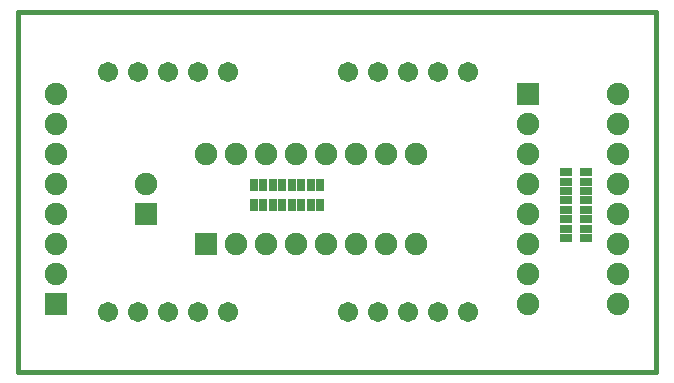
<source format=gbs>
G04 (created by PCBNEW-RS274X (2011-05-25)-stable) date Thu 19 Jun 2014 11:29:52 AM PDT*
G01*
G70*
G90*
%MOIN*%
G04 Gerber Fmt 3.4, Leading zero omitted, Abs format*
%FSLAX34Y34*%
G04 APERTURE LIST*
%ADD10C,0.006000*%
%ADD11C,0.015000*%
%ADD12R,0.075000X0.075000*%
%ADD13C,0.075000*%
%ADD14C,0.067200*%
%ADD15R,0.025500X0.043200*%
%ADD16R,0.043200X0.025500*%
G04 APERTURE END LIST*
G54D10*
G54D11*
X26000Y-04750D02*
X04750Y-04750D01*
X26000Y-16750D02*
X26000Y-04750D01*
X04750Y-16750D02*
X26000Y-16750D01*
X04750Y-04750D02*
X04750Y-16750D01*
G54D12*
X06000Y-14500D03*
G54D13*
X06000Y-13500D03*
X06000Y-12500D03*
X06000Y-11500D03*
X06000Y-10500D03*
X06000Y-09500D03*
X06000Y-08500D03*
X06000Y-07500D03*
G54D12*
X09000Y-11500D03*
G54D13*
X09000Y-10500D03*
G54D12*
X21750Y-07500D03*
G54D13*
X21750Y-08500D03*
X21750Y-09500D03*
X21750Y-10500D03*
X21750Y-11500D03*
X21750Y-12500D03*
X21750Y-13500D03*
X21750Y-14500D03*
X24750Y-14500D03*
X24750Y-13500D03*
X24750Y-12500D03*
X24750Y-11500D03*
X24750Y-10500D03*
X24750Y-09500D03*
X24750Y-08500D03*
X24750Y-07500D03*
G54D12*
X11000Y-12500D03*
G54D13*
X12000Y-12500D03*
X13000Y-12500D03*
X14000Y-12500D03*
X15000Y-12500D03*
X16000Y-12500D03*
X17000Y-12500D03*
X18000Y-12500D03*
X18000Y-09500D03*
X17000Y-09500D03*
X16000Y-09500D03*
X15000Y-09500D03*
X14000Y-09500D03*
X13000Y-09500D03*
X12000Y-09500D03*
X11000Y-09500D03*
G54D14*
X15750Y-14750D03*
X16750Y-14750D03*
X17750Y-14750D03*
X18750Y-14750D03*
X19750Y-14750D03*
X15750Y-06750D03*
X16750Y-06750D03*
X17750Y-06750D03*
X18750Y-06750D03*
X19750Y-06750D03*
X07750Y-14750D03*
X08750Y-14750D03*
X09750Y-14750D03*
X10750Y-14750D03*
X11750Y-14750D03*
X07750Y-06750D03*
X08750Y-06750D03*
X09750Y-06750D03*
X10750Y-06750D03*
X11750Y-06750D03*
G54D15*
X12600Y-11200D03*
X12600Y-10531D03*
X12915Y-11200D03*
X13230Y-11200D03*
X13545Y-11200D03*
X13860Y-11200D03*
X14175Y-11200D03*
X14490Y-11200D03*
X14805Y-11200D03*
X12915Y-10531D03*
X13230Y-10531D03*
X13545Y-10531D03*
X13860Y-10531D03*
X14175Y-10531D03*
X14490Y-10531D03*
X14805Y-10531D03*
G54D16*
X23000Y-10100D03*
X23669Y-10100D03*
X23000Y-10415D03*
X23000Y-10730D03*
X23000Y-11045D03*
X23000Y-11360D03*
X23000Y-11675D03*
X23000Y-11990D03*
X23000Y-12305D03*
X23669Y-10415D03*
X23669Y-10730D03*
X23669Y-11045D03*
X23669Y-11360D03*
X23669Y-11675D03*
X23669Y-11990D03*
X23669Y-12305D03*
M02*

</source>
